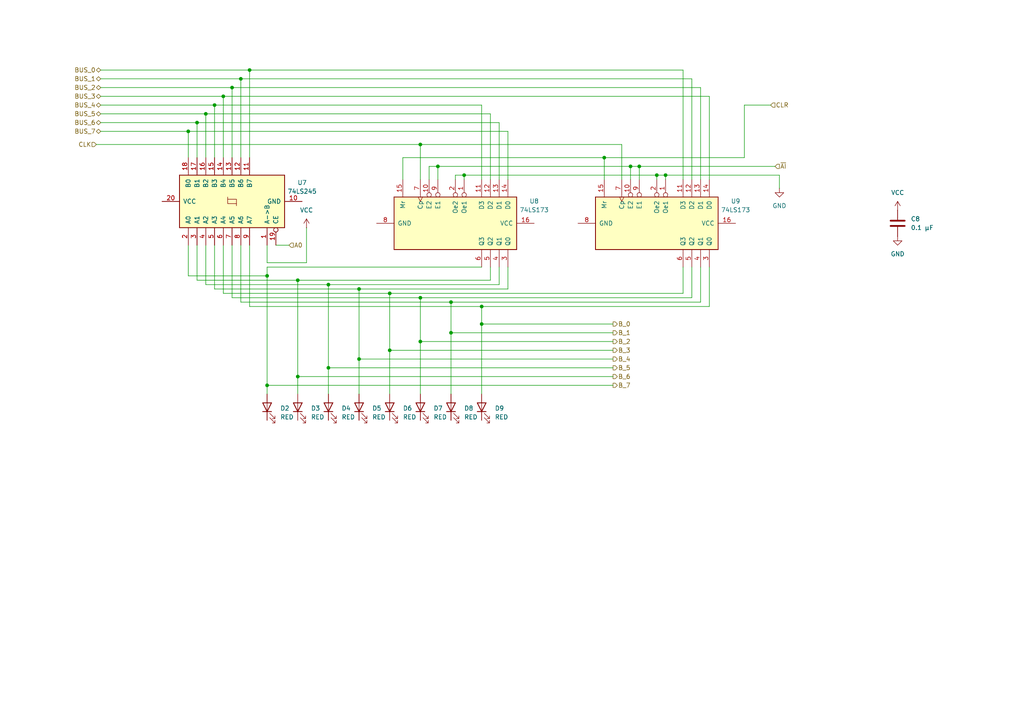
<source format=kicad_sch>
(kicad_sch (version 20250114) (generator "eeschema") (generator_version "9.0")
  (paper "A4")
  (title_block (title "8 bit PC") (date "2025-10-14") (rev "1"))
  (lib_symbols
    (symbol "74xx:74LS173" (pin_names (offset 1.016))
      (property "Reference" "U" (at -7.62 19.05 0))
      (property "Value" "74LS173" (at -7.62 -19.05 0))
      (symbol "74LS173_1_0"
        (pin input line (at -12.7 15.24 0) (length 5.08) (name "D0") (number "14"))
        (pin input line (at -12.7 12.7 0) (length 5.08) (name "D1") (number "13"))
        (pin input line (at -12.7 10.16 0) (length 5.08) (name "D2") (number "12"))
        (pin input line (at -12.7 7.62 0) (length 5.08) (name "D3") (number "11"))
        (pin input inverted (at -12.7 2.54 0) (length 5.08) (name "Oe1") (number "1"))
        (pin input inverted (at -12.7 0 0) (length 5.08) (name "Oe2") (number "2"))
        (pin input inverted (at -12.7 -5.08 0) (length 5.08) (name "E1") (number "9"))
        (pin input inverted (at -12.7 -7.62 0) (length 5.08) (name "E2") (number "10"))
        (pin input clock (at -12.7 -10.16 0) (length 5.08) (name "Cp") (number "7"))
        (pin input line (at -12.7 -15.24 0) (length 5.08) (name "Mr") (number "15"))
        (pin power_in line (at 0 22.86 270) (length 5.08) (name "VCC") (number "16"))
        (pin power_in line (at 0 -22.86 90) (length 5.08) (name "GND") (number "8"))
        (pin tri_state line (at 12.7 15.24 180) (length 5.08) (name "Q0") (number "3"))
        (pin tri_state line (at 12.7 12.7 180) (length 5.08) (name "Q1") (number "4"))
        (pin tri_state line (at 12.7 10.16 180) (length 5.08) (name "Q2") (number "5"))
        (pin tri_state line (at 12.7 7.62 180) (length 5.08) (name "Q3") (number "6"))
      )
      (symbol "74LS173_1_1"
        (rectangle (start -7.62 17.78) (end 7.62 -17.78) (stroke (width 0.254)) (fill (type background)))
      )
    )
    (symbol "74xx:74LS245" (pin_names (offset 1.016))
      (property "Reference" "U" (at -7.62 16.51 0))
      (property "Value" "74LS245" (at -7.62 -16.51 0))
      (symbol "74LS245_1_0"
        (polyline (pts (xy -1.27 -1.27) (xy 0.635 -1.27) (xy 0.635 1.27) (xy 1.27 1.27)))
        (polyline (pts (xy -0.635 -1.27) (xy -0.635 1.27) (xy 0.635 1.27)))
        (pin tri_state line (at -12.7 12.7 0) (length 5.08) (name "A0") (number "2"))
        (pin tri_state line (at -12.7 10.16 0) (length 5.08) (name "A1") (number "3"))
        (pin tri_state line (at -12.7 7.62 0) (length 5.08) (name "A2") (number "4"))
        (pin tri_state line (at -12.7 5.08 0) (length 5.08) (name "A3") (number "5"))
        (pin tri_state line (at -12.7 2.54 0) (length 5.08) (name "A4") (number "6"))
        (pin tri_state line (at -12.7 0 0) (length 5.08) (name "A5") (number "7"))
        (pin tri_state line (at -12.7 -2.54 0) (length 5.08) (name "A6") (number "8"))
        (pin tri_state line (at -12.7 -5.08 0) (length 5.08) (name "A7") (number "9"))
        (pin input line (at -12.7 -10.16 0) (length 5.08) (name "A->B") (number "1"))
        (pin input inverted (at -12.7 -12.7 0) (length 5.08) (name "CE") (number "19"))
        (pin power_in line (at 0 20.32 270) (length 5.08) (name "VCC") (number "20"))
        (pin power_in line (at 0 -20.32 90) (length 5.08) (name "GND") (number "10"))
        (pin tri_state line (at 12.7 12.7 180) (length 5.08) (name "B0") (number "18"))
        (pin tri_state line (at 12.7 10.16 180) (length 5.08) (name "B1") (number "17"))
        (pin tri_state line (at 12.7 7.62 180) (length 5.08) (name "B2") (number "16"))
        (pin tri_state line (at 12.7 5.08 180) (length 5.08) (name "B3") (number "15"))
        (pin tri_state line (at 12.7 2.54 180) (length 5.08) (name "B4") (number "14"))
        (pin tri_state line (at 12.7 0 180) (length 5.08) (name "B5") (number "13"))
        (pin tri_state line (at 12.7 -2.54 180) (length 5.08) (name "B6") (number "12"))
        (pin tri_state line (at 12.7 -5.08 180) (length 5.08) (name "B7") (number "11"))
      )
      (symbol "74LS245_1_1"
        (rectangle (start -7.62 15.24) (end 7.62 -15.24) (stroke (width 0.254)) (fill (type background)))
      )
    )
    (symbol "Device:C" (pin_numbers (hide yes)) (pin_names (offset 0.254))
      (property "Reference" "C" (at 0.635 2.54 0))
      (property "Value" "C" (at 0.635 -2.54 0))
      (symbol "C_0_1"
        (polyline (pts (xy -2.032 0.762) (xy 2.032 0.762)) (stroke (width 0.508)))
        (polyline (pts (xy -2.032 -0.762) (xy 2.032 -0.762)) (stroke (width 0.508)))
      )
      (symbol "C_1_1"
        (pin passive line (at 0 3.81 270) (length 2.794) (name "~") (number "1"))
        (pin passive line (at 0 -3.81 90) (length 2.794) (name "~") (number "2"))
      )
    )
    (symbol "Device:LED" (pin_numbers (hide yes)) (pin_names (offset 1.016) (hide yes))
      (property "Reference" "D" (at 0 2.54 0))
      (property "Value" "LED" (at 0 -2.54 0))
      (symbol "LED_0_1"
        (polyline (pts (xy -3.048 -0.762) (xy -4.572 -2.286) (xy -3.81 -2.286) (xy -4.572 -2.286) (xy -4.572 -1.524)))
        (polyline (pts (xy -1.778 -0.762) (xy -3.302 -2.286) (xy -2.54 -2.286) (xy -3.302 -2.286) (xy -3.302 -1.524)))
        (polyline (pts (xy -1.27 0) (xy 1.27 0)))
        (polyline (pts (xy -1.27 -1.27) (xy -1.27 1.27)) (stroke (width 0.254)))
        (polyline (pts (xy 1.27 -1.27) (xy 1.27 1.27) (xy -1.27 0) (xy 1.27 -1.27)) (stroke (width 0.254)))
      )
      (symbol "LED_1_1"
        (pin passive line (at -3.81 0 0) (length 2.54) (name "K") (number "1"))
        (pin passive line (at 3.81 0 180) (length 2.54) (name "A") (number "2"))
      )
    )
    (symbol "power:GND" (power) (pin_numbers (hide yes)) (pin_names (offset 0) (hide yes))
      (property "Value" "GND" (at 0 -3.81 0))
      (symbol "GND_0_1"
        (polyline (pts (xy 0 0) (xy 0 -1.27) (xy 1.27 -1.27) (xy 0 -2.54) (xy -1.27 -1.27) (xy 0 -1.27)))
      )
      (symbol "GND_1_1"
        (pin power_in line (at 0 0 270) (length 0) (name "~") (number "1"))
      )
    )
    (symbol "power:VCC" (power) (pin_numbers (hide yes)) (pin_names (offset 0) (hide yes))
      (property "Value" "VCC" (at 0 3.556 0))
      (symbol "VCC_0_1"
        (polyline (pts (xy -0.762 1.27) (xy 0 2.54)))
        (polyline (pts (xy 0 2.54) (xy 0.762 1.27)))
        (polyline (pts (xy 0 0) (xy 0 2.54)))
      )
      (symbol "VCC_1_1"
        (pin power_in line (at 0 0 90) (length 0) (name "~") (number "1"))
      )
    )
  )
  (junction (at 57.15 35.56))
  (junction (at 139.7 93.98))
  (junction (at 185.42 48.26))
  (junction (at 121.92 41.91))
  (junction (at 54.61 38.1))
  (junction (at 130.81 87.63))
  (junction (at 175.26 45.72))
  (junction (at 86.36 109.22))
  (junction (at 113.03 85.09))
  (junction (at 130.81 96.52))
  (junction (at 67.31 25.4))
  (junction (at 134.62 50.8))
  (junction (at 104.14 104.14))
  (junction (at 121.92 86.36))
  (junction (at 193.04 50.8))
  (junction (at 86.36 81.28))
  (junction (at 121.92 99.06))
  (junction (at 95.25 82.55))
  (junction (at 72.39 20.32))
  (junction (at 127 48.26))
  (junction (at 69.85 22.86))
  (junction (at 182.88 48.26))
  (junction (at 139.7 88.9))
  (junction (at 95.25 106.68))
  (junction (at 59.69 33.02))
  (junction (at 113.03 101.6))
  (junction (at 190.5 50.8))
  (junction (at 77.47 80.01))
  (junction (at 104.14 83.82))
  (junction (at 62.23 30.48))
  (junction (at 64.77 27.94))
  (junction (at 77.47 111.76))
  (wire (pts (xy 72.39 20.32) (xy 72.39 45.72)))
  (wire (pts (xy 104.14 104.14) (xy 177.8 104.14)))
  (wire (pts (xy 139.7 77.47) (xy 77.47 77.47)))
  (wire (pts (xy 69.85 87.63) (xy 130.81 87.63)))
  (wire (pts (xy 57.15 81.28) (xy 86.36 81.28)))
  (wire (pts (xy 144.78 35.56) (xy 144.78 52.07)))
  (wire (pts (xy 147.32 77.47) (xy 147.32 83.82)))
  (wire (pts (xy 142.24 81.28) (xy 86.36 81.28)))
  (wire (pts (xy 144.78 82.55) (xy 95.25 82.55)))
  (wire (pts (xy 57.15 35.56) (xy 57.15 45.72)))
  (wire (pts (xy 121.92 99.06) (xy 177.8 99.06)))
  (wire (pts (xy 29.21 30.48) (xy 62.23 30.48)))
  (wire (pts (xy 177.8 93.98) (xy 139.7 93.98)))
  (wire (pts (xy 193.04 50.8) (xy 193.04 52.07)))
  (wire (pts (xy 62.23 30.48) (xy 62.23 45.72)))
  (wire (pts (xy 113.03 101.6) (xy 113.03 114.3)))
  (wire (pts (xy 147.32 38.1) (xy 147.32 52.07)))
  (wire (pts (xy 59.69 71.12) (xy 59.69 82.55)))
  (wire (pts (xy 64.77 27.94) (xy 205.74 27.94)))
  (wire (pts (xy 190.5 50.8) (xy 190.5 52.07)))
  (wire (pts (xy 121.92 86.36) (xy 121.92 99.06)))
  (wire (pts (xy 147.32 83.82) (xy 104.14 83.82)))
  (wire (pts (xy 177.8 96.52) (xy 130.81 96.52)))
  (wire (pts (xy 29.21 33.02) (xy 59.69 33.02)))
  (wire (pts (xy 203.2 77.47) (xy 203.2 87.63)))
  (wire (pts (xy 29.21 25.4) (xy 67.31 25.4)))
  (wire (pts (xy 62.23 83.82) (xy 104.14 83.82)))
  (wire (pts (xy 142.24 33.02) (xy 142.24 52.07)))
  (wire (pts (xy 72.39 88.9) (xy 139.7 88.9)))
  (wire (pts (xy 198.12 77.47) (xy 198.12 85.09)))
  (wire (pts (xy 113.03 101.6) (xy 177.8 101.6)))
  (wire (pts (xy 104.14 83.82) (xy 104.14 104.14)))
  (wire (pts (xy 203.2 25.4) (xy 203.2 52.07)))
  (wire (pts (xy 185.42 48.26) (xy 185.42 52.07)))
  (wire (pts (xy 69.85 22.86) (xy 200.66 22.86)))
  (wire (pts (xy 205.74 27.94) (xy 205.74 52.07)))
  (wire (pts (xy 121.92 41.91) (xy 180.34 41.91)))
  (wire (pts (xy 127 48.26) (xy 124.46 48.26)))
  (wire (pts (xy 113.03 85.09) (xy 113.03 101.6)))
  (wire (pts (xy 80.01 71.12) (xy 83.82 71.12)))
  (wire (pts (xy 142.24 77.47) (xy 142.24 81.28)))
  (wire (pts (xy 175.26 45.72) (xy 175.26 52.07)))
  (wire (pts (xy 86.36 81.28) (xy 86.36 109.22)))
  (wire (pts (xy 205.74 88.9) (xy 139.7 88.9)))
  (wire (pts (xy 29.21 20.32) (xy 72.39 20.32)))
  (wire (pts (xy 69.85 71.12) (xy 69.85 87.63)))
  (wire (pts (xy 54.61 38.1) (xy 147.32 38.1)))
  (wire (pts (xy 59.69 33.02) (xy 142.24 33.02)))
  (wire (pts (xy 29.21 35.56) (xy 57.15 35.56)))
  (wire (pts (xy 64.77 27.94) (xy 64.77 45.72)))
  (wire (pts (xy 29.21 22.86) (xy 69.85 22.86)))
  (wire (pts (xy 198.12 20.32) (xy 198.12 52.07)))
  (wire (pts (xy 77.47 111.76) (xy 77.47 114.3)))
  (wire (pts (xy 175.26 45.72) (xy 215.9 45.72)))
  (wire (pts (xy 57.15 71.12) (xy 57.15 81.28)))
  (wire (pts (xy 224.79 48.26) (xy 185.42 48.26)))
  (wire (pts (xy 77.47 77.47) (xy 77.47 80.01)))
  (wire (pts (xy 67.31 71.12) (xy 67.31 86.36)))
  (wire (pts (xy 95.25 106.68) (xy 95.25 114.3)))
  (wire (pts (xy 116.84 45.72) (xy 175.26 45.72)))
  (wire (pts (xy 180.34 52.07) (xy 180.34 41.91)))
  (wire (pts (xy 95.25 106.68) (xy 177.8 106.68)))
  (wire (pts (xy 59.69 33.02) (xy 59.69 45.72)))
  (wire (pts (xy 226.06 50.8) (xy 226.06 54.61)))
  (wire (pts (xy 190.5 50.8) (xy 193.04 50.8)))
  (wire (pts (xy 124.46 48.26) (xy 124.46 52.07)))
  (wire (pts (xy 67.31 25.4) (xy 203.2 25.4)))
  (wire (pts (xy 134.62 50.8) (xy 134.62 52.07)))
  (wire (pts (xy 200.66 86.36) (xy 121.92 86.36)))
  (wire (pts (xy 86.36 109.22) (xy 86.36 114.3)))
  (wire (pts (xy 72.39 20.32) (xy 198.12 20.32)))
  (wire (pts (xy 57.15 35.56) (xy 144.78 35.56)))
  (wire (pts (xy 215.9 30.48) (xy 223.52 30.48)))
  (wire (pts (xy 77.47 76.2) (xy 88.9 76.2)))
  (wire (pts (xy 67.31 25.4) (xy 67.31 45.72)))
  (wire (pts (xy 130.81 96.52) (xy 130.81 114.3)))
  (wire (pts (xy 193.04 50.8) (xy 226.06 50.8)))
  (wire (pts (xy 29.21 27.94) (xy 64.77 27.94)))
  (wire (pts (xy 203.2 87.63) (xy 130.81 87.63)))
  (wire (pts (xy 67.31 86.36) (xy 121.92 86.36)))
  (wire (pts (xy 182.88 48.26) (xy 127 48.26)))
  (wire (pts (xy 127 48.26) (xy 127 52.07)))
  (wire (pts (xy 62.23 71.12) (xy 62.23 83.82)))
  (wire (pts (xy 185.42 48.26) (xy 182.88 48.26)))
  (wire (pts (xy 200.66 22.86) (xy 200.66 52.07)))
  (wire (pts (xy 200.66 77.47) (xy 200.66 86.36)))
  (wire (pts (xy 177.8 111.76) (xy 77.47 111.76)))
  (wire (pts (xy 77.47 71.12) (xy 77.47 76.2)))
  (wire (pts (xy 139.7 88.9) (xy 139.7 93.98)))
  (wire (pts (xy 54.61 71.12) (xy 54.61 80.01)))
  (wire (pts (xy 95.25 82.55) (xy 95.25 106.68)))
  (wire (pts (xy 132.08 52.07) (xy 132.08 50.8)))
  (wire (pts (xy 132.08 50.8) (xy 134.62 50.8)))
  (wire (pts (xy 121.92 41.91) (xy 121.92 52.07)))
  (wire (pts (xy 59.69 82.55) (xy 95.25 82.55)))
  (wire (pts (xy 77.47 80.01) (xy 77.47 111.76)))
  (wire (pts (xy 69.85 22.86) (xy 69.85 45.72)))
  (wire (pts (xy 215.9 45.72) (xy 215.9 30.48)))
  (wire (pts (xy 130.81 87.63) (xy 130.81 96.52)))
  (wire (pts (xy 72.39 71.12) (xy 72.39 88.9)))
  (wire (pts (xy 54.61 38.1) (xy 54.61 45.72)))
  (wire (pts (xy 139.7 30.48) (xy 139.7 52.07)))
  (wire (pts (xy 104.14 104.14) (xy 104.14 114.3)))
  (wire (pts (xy 64.77 85.09) (xy 113.03 85.09)))
  (wire (pts (xy 205.74 77.47) (xy 205.74 88.9)))
  (wire (pts (xy 139.7 93.98) (xy 139.7 114.3)))
  (wire (pts (xy 62.23 30.48) (xy 139.7 30.48)))
  (wire (pts (xy 144.78 77.47) (xy 144.78 82.55)))
  (wire (pts (xy 29.21 38.1) (xy 54.61 38.1)))
  (wire (pts (xy 27.94 41.91) (xy 121.92 41.91)))
  (wire (pts (xy 177.8 109.22) (xy 86.36 109.22)))
  (wire (pts (xy 121.92 99.06) (xy 121.92 114.3)))
  (wire (pts (xy 64.77 71.12) (xy 64.77 85.09)))
  (wire (pts (xy 134.62 50.8) (xy 190.5 50.8)))
  (wire (pts (xy 182.88 48.26) (xy 182.88 52.07)))
  (wire (pts (xy 88.9 76.2) (xy 88.9 66.04)))
  (wire (pts (xy 54.61 80.01) (xy 77.47 80.01)))
  (wire (pts (xy 113.03 85.09) (xy 198.12 85.09)))
  (wire (pts (xy 116.84 52.07) (xy 116.84 45.72)))
  (hierarchical_label "A0" (shape input) (at 83.82 71.12 0))
  (hierarchical_label "BUS_4" (shape bidirectional) (at 29.21 30.48 180))
  (hierarchical_label "BUS_6" (shape bidirectional) (at 29.21 35.56 180))
  (hierarchical_label "B_2" (shape output) (at 177.8 99.06 0))
  (hierarchical_label "B_7" (shape output) (at 177.8 111.76 0))
  (hierarchical_label "BUS_5" (shape bidirectional) (at 29.21 33.02 180))
  (hierarchical_label "BUS_2" (shape bidirectional) (at 29.21 25.4 180))
  (hierarchical_label "BUS_7" (shape bidirectional) (at 29.21 38.1 180))
  (hierarchical_label "B_3" (shape output) (at 177.8 101.6 0))
  (hierarchical_label "B_0" (shape output) (at 177.8 93.98 0))
  (hierarchical_label "B_6" (shape output) (at 177.8 109.22 0))
  (hierarchical_label "BUS_3" (shape bidirectional) (at 29.21 27.94 180))
  (hierarchical_label "B_5" (shape output) (at 177.8 106.68 0))
  (hierarchical_label "B_1" (shape output) (at 177.8 96.52 0))
  (hierarchical_label "BUS_0" (shape bidirectional) (at 29.21 20.32 180))
  (hierarchical_label "CLR" (shape input) (at 223.52 30.48 0))
  (hierarchical_label "~{AI}" (shape input) (at 224.79 48.26 0))
  (hierarchical_label "CLK" (shape input) (at 27.94 41.91 180))
  (hierarchical_label "B_4" (shape output) (at 177.8 104.14 0))
  (hierarchical_label "BUS_1" (shape bidirectional) (at 29.21 22.86 180))
  (symbol (lib_id "Device:LED") (at 130.81 118.11 90) (unit 1)
    (property "Reference" "D8" (at 134.62 118.4274 90) (effects (justify right)))
    (property "Value" "RED" (at 134.62 120.9674 90) (effects (justify right)))
    (property "Footprint" "LED_THT:LED_D3.0mm" (effects (hide yes)))
    (property "Description" "Light emitting diode" (effects (hide yes)))
    (property "Sim.Pins" "1=K 2=A" (effects (hide yes)))
  )
  (symbol (lib_id "Device:LED") (at 121.92 118.11 90) (unit 1)
    (property "Reference" "D7" (at 125.73 118.4274 90) (effects (justify right)))
    (property "Value" "RED" (at 125.73 120.9674 90) (effects (justify right)))
    (property "Footprint" "LED_THT:LED_D3.0mm" (effects (hide yes)))
    (property "Description" "Light emitting diode" (effects (hide yes)))
    (property "Sim.Pins" "1=K 2=A" (effects (hide yes)))
  )
  (symbol (lib_id "74xx:74LS173") (at 190.5 64.77 270) (unit 1)
    (property "Reference" "U9" (at 213.36 58.3498 90))
    (property "Value" "74LS173" (at 213.36 60.8898 90))
    (property "Datasheet" "http://www.ti.com/lit/gpn/sn74LS173" (effects (hide yes)))
    (property "Description" "4-bit D-type Register, 3 state out" (effects (hide yes)))
  )
  (symbol (lib_id "power:GND") (at 260.35 68.58 0) (unit 1)
    (property "Reference" "#PWR013" (effects (hide yes)))
    (property "Value" "GND" (at 260.35 73.66 0))
    (property "Description" "Power symbol creates a global label with name \"GND\" , ground" (effects (hide yes)))
  )
  (symbol (lib_id "74xx:74LS245") (at 67.31 58.42 90) (unit 1)
    (property "Reference" "U7" (at 87.63 52.9746 90))
    (property "Value" "74LS245" (at 87.63 55.5146 90))
    (property "Datasheet" "http://www.ti.com/lit/gpn/sn74LS245" (effects (hide yes)))
    (property "Description" "Octal BUS Transceivers, 3-State outputs" (effects (hide yes)))
  )
  (symbol (lib_id "power:GND") (at 226.06 54.61 0) (unit 1)
    (property "Reference" "#PWR010" (effects (hide yes)))
    (property "Value" "GND" (at 226.06 59.69 0))
    (property "Description" "Power symbol creates a global label with name \"GND\" , ground" (effects (hide yes)))
  )
  (symbol (lib_id "power:VCC") (at 260.35 60.96 0) (unit 1)
    (property "Reference" "#PWR012" (effects (hide yes)))
    (property "Value" "VCC" (at 260.35 55.88 0))
    (property "Description" "Power symbol creates a global label with name \"VCC\"" (effects (hide yes)))
  )
  (symbol (lib_id "Device:LED") (at 77.47 118.11 90) (unit 1)
    (property "Reference" "D2" (at 81.28 118.4274 90) (effects (justify right)))
    (property "Value" "RED" (at 81.28 120.9674 90) (effects (justify right)))
    (property "Footprint" "LED_THT:LED_D3.0mm" (effects (hide yes)))
    (property "Description" "Light emitting diode" (effects (hide yes)))
    (property "Sim.Pins" "1=K 2=A" (effects (hide yes)))
  )
  (symbol (lib_id "Device:C") (at 260.35 64.77 0) (unit 1)
    (property "Reference" "C8" (at 264.16 63.4999 0) (effects (justify left)))
    (property "Value" "0.1 µF" (at 264.16 66.0399 0) (effects (justify left)))
    (property "Description" "Unpolarized capacitor" (effects (hide yes)))
  )
  (symbol (lib_id "Device:LED") (at 86.36 118.11 90) (unit 1)
    (property "Reference" "D3" (at 90.17 118.4274 90) (effects (justify right)))
    (property "Value" "RED" (at 90.17 120.9674 90) (effects (justify right)))
    (property "Footprint" "LED_THT:LED_D3.0mm" (effects (hide yes)))
    (property "Description" "Light emitting diode" (effects (hide yes)))
    (property "Sim.Pins" "1=K 2=A" (effects (hide yes)))
  )
  (symbol (lib_id "power:VCC") (at 88.9 66.04 0) (unit 1)
    (property "Reference" "#PWR011" (effects (hide yes)))
    (property "Value" "VCC" (at 88.9 60.96 0))
    (property "Description" "Power symbol creates a global label with name \"VCC\"" (effects (hide yes)))
  )
  (symbol (lib_id "Device:LED") (at 95.25 118.11 90) (unit 1)
    (property "Reference" "D4" (at 99.06 118.4274 90) (effects (justify right)))
    (property "Value" "RED" (at 99.06 120.9674 90) (effects (justify right)))
    (property "Footprint" "LED_THT:LED_D3.0mm" (effects (hide yes)))
    (property "Description" "Light emitting diode" (effects (hide yes)))
    (property "Sim.Pins" "1=K 2=A" (effects (hide yes)))
  )
  (symbol (lib_id "74xx:74LS173") (at 132.08 64.77 270) (unit 1)
    (property "Reference" "U8" (at 154.94 58.3498 90))
    (property "Value" "74LS173" (at 154.94 60.8898 90))
    (property "Datasheet" "http://www.ti.com/lit/gpn/sn74LS173" (effects (hide yes)))
    (property "Description" "4-bit D-type Register, 3 state out" (effects (hide yes)))
  )
  (symbol (lib_id "Device:LED") (at 104.14 118.11 90) (unit 1)
    (property "Reference" "D5" (at 107.95 118.4274 90) (effects (justify right)))
    (property "Value" "RED" (at 107.95 120.9674 90) (effects (justify right)))
    (property "Footprint" "LED_THT:LED_D3.0mm" (effects (hide yes)))
    (property "Description" "Light emitting diode" (effects (hide yes)))
    (property "Sim.Pins" "1=K 2=A" (effects (hide yes)))
  )
  (symbol (lib_id "Device:LED") (at 139.7 118.11 90) (unit 1)
    (property "Reference" "D9" (at 143.51 118.4274 90) (effects (justify right)))
    (property "Value" "RED" (at 143.51 120.9674 90) (effects (justify right)))
    (property "Footprint" "LED_THT:LED_D3.0mm" (effects (hide yes)))
    (property "Description" "Light emitting diode" (effects (hide yes)))
    (property "Sim.Pins" "1=K 2=A" (effects (hide yes)))
  )
  (symbol (lib_id "Device:LED") (at 113.03 118.11 90) (unit 1)
    (property "Reference" "D6" (at 116.84 118.4274 90) (effects (justify right)))
    (property "Value" "RED" (at 116.84 120.9674 90) (effects (justify right)))
    (property "Footprint" "LED_THT:LED_D3.0mm" (effects (hide yes)))
    (property "Description" "Light emitting diode" (effects (hide yes)))
    (property "Sim.Pins" "1=K 2=A" (effects (hide yes)))
  )
)
</source>
